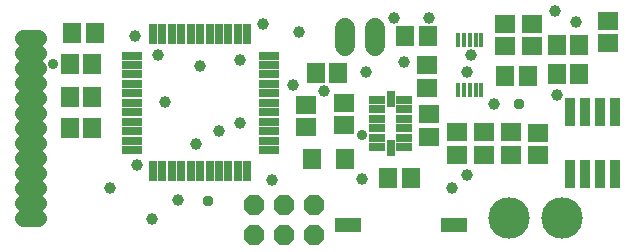
<source format=gts>
G75*
%MOIN*%
%OFA0B0*%
%FSLAX25Y25*%
%IPPOS*%
%LPD*%
%AMOC8*
5,1,8,0,0,1.08239X$1,22.5*
%
%ADD10R,0.05918X0.06706*%
%ADD11R,0.06706X0.05918*%
%ADD12R,0.06312X0.07099*%
%ADD13R,0.02769X0.06706*%
%ADD14R,0.06706X0.02769*%
%ADD15OC8,0.06800*%
%ADD16R,0.05224X0.02769*%
%ADD17R,0.02769X0.05224*%
%ADD18C,0.05556*%
%ADD19C,0.06800*%
%ADD20R,0.08700X0.05100*%
%ADD21R,0.01784X0.04737*%
%ADD22R,0.03200X0.09500*%
%ADD23C,0.13800*%
%ADD24C,0.03600*%
%ADD25C,0.03900*%
%ADD26C,0.03700*%
D10*
X0039122Y0050968D03*
X0046602Y0050968D03*
X0046594Y0061187D03*
X0039114Y0061187D03*
X0039114Y0072111D03*
X0046594Y0072111D03*
X0047396Y0082430D03*
X0039915Y0082430D03*
X0121104Y0069306D03*
X0128585Y0069306D03*
X0151040Y0081322D03*
X0158520Y0081322D03*
X0184312Y0068150D03*
X0191792Y0068150D03*
X0201440Y0068722D03*
X0208920Y0068722D03*
X0208920Y0078522D03*
X0201440Y0078522D03*
X0152741Y0034040D03*
X0145261Y0034040D03*
D11*
X0168080Y0041882D03*
X0177180Y0041882D03*
X0186280Y0041882D03*
X0195067Y0041799D03*
X0195067Y0049279D03*
X0186280Y0049362D03*
X0177180Y0049362D03*
X0168080Y0049362D03*
X0158971Y0047955D03*
X0158971Y0055436D03*
X0158280Y0064282D03*
X0158280Y0071762D03*
X0184234Y0078046D03*
X0193256Y0078034D03*
X0193256Y0085515D03*
X0184234Y0085527D03*
X0218480Y0086462D03*
X0218480Y0078982D03*
X0130649Y0059196D03*
X0118039Y0058533D03*
X0130649Y0051715D03*
X0118039Y0051052D03*
D12*
X0119770Y0040399D03*
X0130793Y0040399D03*
D13*
X0098330Y0036393D03*
X0095180Y0036393D03*
X0092031Y0036393D03*
X0088881Y0036393D03*
X0085732Y0036393D03*
X0082582Y0036393D03*
X0079432Y0036393D03*
X0076283Y0036393D03*
X0073133Y0036393D03*
X0069984Y0036393D03*
X0066834Y0036393D03*
X0066834Y0082062D03*
X0069984Y0082062D03*
X0073133Y0082062D03*
X0076283Y0082062D03*
X0079432Y0082062D03*
X0082582Y0082062D03*
X0085732Y0082062D03*
X0088881Y0082062D03*
X0092031Y0082062D03*
X0095180Y0082062D03*
X0098330Y0082062D03*
D14*
X0105417Y0074976D03*
X0105417Y0071826D03*
X0105417Y0068677D03*
X0105417Y0065527D03*
X0105417Y0062377D03*
X0105417Y0059228D03*
X0105417Y0056078D03*
X0105417Y0052929D03*
X0105417Y0049779D03*
X0105417Y0046629D03*
X0105417Y0043480D03*
X0059747Y0043480D03*
X0059747Y0046629D03*
X0059747Y0049779D03*
X0059747Y0052929D03*
X0059747Y0056078D03*
X0059747Y0059228D03*
X0059747Y0062377D03*
X0059747Y0065527D03*
X0059747Y0068677D03*
X0059747Y0071826D03*
X0059747Y0074976D03*
D15*
X0100406Y0025167D03*
X0110406Y0025167D03*
X0120406Y0025167D03*
X0120406Y0015167D03*
X0110406Y0015167D03*
X0100406Y0015167D03*
D16*
X0141660Y0044447D03*
X0141660Y0047596D03*
X0141660Y0050746D03*
X0141660Y0053895D03*
X0141660Y0057045D03*
X0141660Y0060195D03*
X0150621Y0060195D03*
X0150621Y0057045D03*
X0150621Y0053895D03*
X0150621Y0050746D03*
X0150621Y0047596D03*
X0150591Y0044447D03*
D17*
X0146140Y0044053D03*
X0146140Y0060588D03*
D18*
X0028471Y0020957D02*
X0023715Y0020957D01*
X0023715Y0025957D02*
X0028471Y0025957D01*
X0028471Y0030957D02*
X0023715Y0030957D01*
X0023715Y0035957D02*
X0028471Y0035957D01*
X0028471Y0040957D02*
X0023715Y0040957D01*
X0023715Y0045957D02*
X0028471Y0045957D01*
X0028471Y0050957D02*
X0023715Y0050957D01*
X0023715Y0055957D02*
X0028471Y0055957D01*
X0028471Y0060957D02*
X0023715Y0060957D01*
X0023715Y0065957D02*
X0028471Y0065957D01*
X0028471Y0070957D02*
X0023715Y0070957D01*
X0023715Y0075957D02*
X0028471Y0075957D01*
X0028471Y0080957D02*
X0023715Y0080957D01*
D19*
X0130979Y0078177D02*
X0130979Y0084177D01*
X0140979Y0084177D02*
X0140979Y0078177D01*
D20*
X0131988Y0018551D03*
X0167388Y0018551D03*
D21*
X0168509Y0063543D03*
X0170478Y0063543D03*
X0172446Y0063543D03*
X0174415Y0063543D03*
X0176383Y0063543D03*
X0176383Y0080181D03*
X0174415Y0080181D03*
X0172446Y0080181D03*
X0170478Y0080181D03*
X0168509Y0080181D03*
D22*
X0206002Y0056160D03*
X0211002Y0056160D03*
X0216002Y0056160D03*
X0221002Y0056160D03*
X0221002Y0035560D03*
X0216002Y0035560D03*
X0211002Y0035560D03*
X0206002Y0035560D03*
D23*
X0203186Y0020801D03*
X0185555Y0020807D03*
D24*
X0136580Y0048422D03*
X0033680Y0072222D03*
D25*
X0060980Y0081322D03*
X0068680Y0075022D03*
X0082680Y0071522D03*
X0095980Y0073622D03*
X0113480Y0065222D03*
X0123980Y0063122D03*
X0137980Y0069422D03*
X0150580Y0072922D03*
X0171580Y0069422D03*
X0172980Y0075022D03*
X0158980Y0087622D03*
X0147080Y0087622D03*
X0115580Y0082722D03*
X0103680Y0085522D03*
X0070780Y0059622D03*
X0088980Y0049822D03*
X0095980Y0052622D03*
X0081280Y0045622D03*
X0061680Y0038622D03*
X0052580Y0030922D03*
X0075380Y0026722D03*
X0066580Y0020422D03*
X0106580Y0033622D03*
X0136580Y0033722D03*
X0166680Y0030922D03*
X0171580Y0035122D03*
X0180680Y0058922D03*
X0201680Y0061722D03*
X0207980Y0086222D03*
X0200980Y0089722D03*
D26*
X0188912Y0058785D03*
X0085180Y0026322D03*
M02*

</source>
